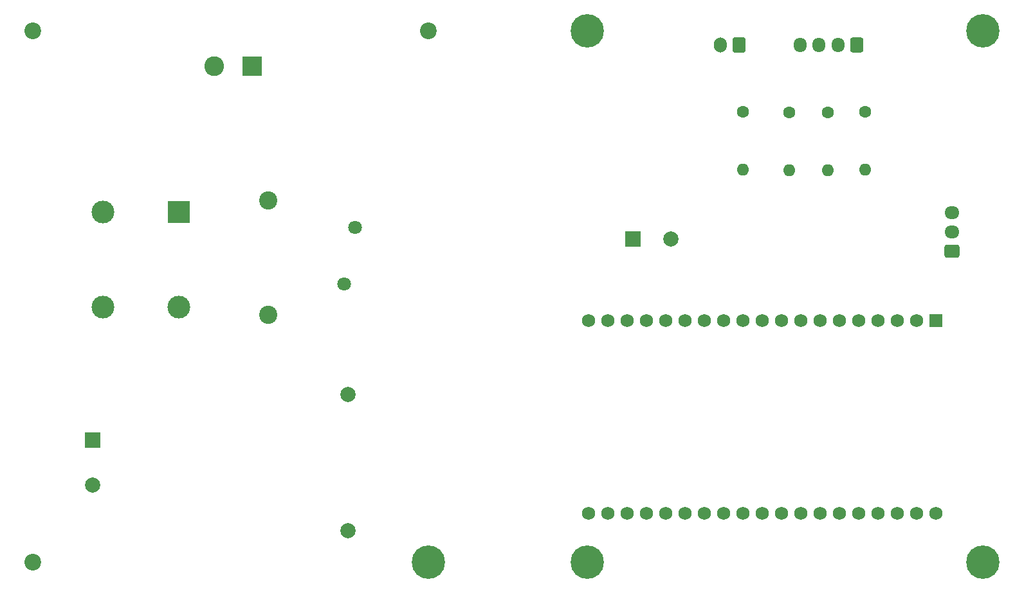
<source format=gbr>
%TF.GenerationSoftware,KiCad,Pcbnew,7.0.9*%
%TF.CreationDate,2024-01-01T09:34:51+07:00*%
%TF.ProjectId,Waterbox 2.1,57617465-7262-46f7-9820-322e312e6b69,rev?*%
%TF.SameCoordinates,Original*%
%TF.FileFunction,Soldermask,Bot*%
%TF.FilePolarity,Negative*%
%FSLAX46Y46*%
G04 Gerber Fmt 4.6, Leading zero omitted, Abs format (unit mm)*
G04 Created by KiCad (PCBNEW 7.0.9) date 2024-01-01 09:34:51*
%MOMM*%
%LPD*%
G01*
G04 APERTURE LIST*
G04 Aperture macros list*
%AMRoundRect*
0 Rectangle with rounded corners*
0 $1 Rounding radius*
0 $2 $3 $4 $5 $6 $7 $8 $9 X,Y pos of 4 corners*
0 Add a 4 corners polygon primitive as box body*
4,1,4,$2,$3,$4,$5,$6,$7,$8,$9,$2,$3,0*
0 Add four circle primitives for the rounded corners*
1,1,$1+$1,$2,$3*
1,1,$1+$1,$4,$5*
1,1,$1+$1,$6,$7*
1,1,$1+$1,$8,$9*
0 Add four rect primitives between the rounded corners*
20,1,$1+$1,$2,$3,$4,$5,0*
20,1,$1+$1,$4,$5,$6,$7,0*
20,1,$1+$1,$6,$7,$8,$9,0*
20,1,$1+$1,$8,$9,$2,$3,0*%
G04 Aperture macros list end*
%ADD10C,1.600000*%
%ADD11O,1.600000X1.600000*%
%ADD12RoundRect,0.250000X0.600000X0.725000X-0.600000X0.725000X-0.600000X-0.725000X0.600000X-0.725000X0*%
%ADD13O,1.700000X1.950000*%
%ADD14RoundRect,0.250000X0.725000X-0.600000X0.725000X0.600000X-0.725000X0.600000X-0.725000X-0.600000X0*%
%ADD15O,1.950000X1.700000*%
%ADD16C,0.700000*%
%ADD17C,4.400000*%
%ADD18R,2.000000X2.000000*%
%ADD19C,2.000000*%
%ADD20C,1.800000*%
%ADD21RoundRect,0.102000X-0.765000X0.765000X-0.765000X-0.765000X0.765000X-0.765000X0.765000X0.765000X0*%
%ADD22C,1.734000*%
%ADD23R,2.600000X2.600000*%
%ADD24C,2.600000*%
%ADD25C,2.200000*%
%ADD26R,3.000000X3.000000*%
%ADD27C,3.000000*%
%ADD28RoundRect,0.250000X0.600000X0.750000X-0.600000X0.750000X-0.600000X-0.750000X0.600000X-0.750000X0*%
%ADD29O,1.700000X2.000000*%
%ADD30C,2.400000*%
G04 APERTURE END LIST*
D10*
%TO.C,R4*%
X156500000Y-67790000D03*
D11*
X156500000Y-75410000D03*
%TD*%
D12*
%TO.C,LED2*%
X171500000Y-59000000D03*
D13*
X169000000Y-59000000D03*
X166500000Y-59000000D03*
X164000000Y-59000000D03*
%TD*%
D14*
%TO.C,SENSOR*%
X184023000Y-86106000D03*
D15*
X184023000Y-83606000D03*
X184023000Y-81106000D03*
%TD*%
D16*
%TO.C,H7*%
X134337000Y-127127000D03*
X134820274Y-125960274D03*
X134820274Y-128293726D03*
X135987000Y-125477000D03*
D17*
X135987000Y-127127000D03*
D16*
X135987000Y-128777000D03*
X137153726Y-125960274D03*
X137153726Y-128293726D03*
X137637000Y-127127000D03*
%TD*%
D18*
%TO.C,PS1*%
X70900000Y-111000000D03*
D19*
X70900000Y-117000000D03*
X104500000Y-105000000D03*
X104500000Y-123000000D03*
%TD*%
D20*
%TO.C,RV1*%
X105400000Y-83000000D03*
X104000000Y-90500000D03*
%TD*%
D16*
%TO.C,H5*%
X134337000Y-57071000D03*
X134820274Y-55904274D03*
X134820274Y-58237726D03*
X135987000Y-55421000D03*
D17*
X135987000Y-57071000D03*
D16*
X135987000Y-58721000D03*
X137153726Y-55904274D03*
X137153726Y-58237726D03*
X137637000Y-57071000D03*
%TD*%
D21*
%TO.C,ESP32-DEVKITC-32U*%
X181850000Y-95300000D03*
D22*
X179310000Y-95300000D03*
X176770000Y-95300000D03*
X174230000Y-95300000D03*
X171690000Y-95300000D03*
X169150000Y-95300000D03*
X166610000Y-95300000D03*
X164070000Y-95300000D03*
X161530000Y-95300000D03*
X158990000Y-95300000D03*
X156450000Y-95300000D03*
X153910000Y-95300000D03*
X151370000Y-95300000D03*
X148830000Y-95300000D03*
X146290000Y-95300000D03*
X143750000Y-95300000D03*
X141210000Y-95300000D03*
X138670000Y-95300000D03*
X136130000Y-95300000D03*
X136130000Y-120700000D03*
X138670000Y-120700000D03*
X141210000Y-120700000D03*
X143750000Y-120700000D03*
X146290000Y-120700000D03*
X148830000Y-120700000D03*
X151370000Y-120700000D03*
X153910000Y-120700000D03*
X156450000Y-120700000D03*
X158990000Y-120700000D03*
X161530000Y-120700000D03*
X164070000Y-120700000D03*
X166610000Y-120700000D03*
X169150000Y-120700000D03*
X171690000Y-120700000D03*
X174230000Y-120700000D03*
X176770000Y-120700000D03*
X179310000Y-120700000D03*
X181850000Y-120700000D03*
%TD*%
D23*
%TO.C,VAC_IN*%
X91857500Y-61750000D03*
D24*
X86857500Y-61750000D03*
%TD*%
D25*
%TO.C,H1*%
X62994000Y-57071000D03*
%TD*%
D16*
%TO.C,H4*%
X113444000Y-127127000D03*
X113927274Y-125960274D03*
X113927274Y-128293726D03*
X115094000Y-125477000D03*
D17*
X115094000Y-127127000D03*
D16*
X115094000Y-128777000D03*
X116260726Y-125960274D03*
X116260726Y-128293726D03*
X116744000Y-127127000D03*
%TD*%
%TO.C,H6*%
X186437000Y-57071000D03*
X186920274Y-55904274D03*
X186920274Y-58237726D03*
X188087000Y-55421000D03*
D17*
X188087000Y-57071000D03*
D16*
X188087000Y-58721000D03*
X189253726Y-55904274D03*
X189253726Y-58237726D03*
X189737000Y-57071000D03*
%TD*%
D18*
%TO.C,C2*%
X142000000Y-84500000D03*
D19*
X147000000Y-84500000D03*
%TD*%
D25*
%TO.C,H2*%
X115094000Y-57071000D03*
%TD*%
D26*
%TO.C,FL1*%
X82250000Y-80950000D03*
D27*
X72250000Y-80950000D03*
X72250000Y-93550000D03*
X82250000Y-93550000D03*
%TD*%
D10*
%TO.C,R2*%
X167640000Y-67818000D03*
D11*
X167640000Y-75438000D03*
%TD*%
D28*
%TO.C,LED1*%
X156000000Y-59000000D03*
D29*
X153500000Y-59000000D03*
%TD*%
D30*
%TO.C,C1*%
X94000000Y-79500000D03*
X94000000Y-94500000D03*
%TD*%
D10*
%TO.C,R3*%
X162560000Y-67818000D03*
D11*
X162560000Y-75438000D03*
%TD*%
D25*
%TO.C,H3*%
X62994000Y-127127000D03*
%TD*%
D16*
%TO.C,H8*%
X186437000Y-127127000D03*
X186920274Y-125960274D03*
X186920274Y-128293726D03*
X188087000Y-125477000D03*
D17*
X188087000Y-127127000D03*
D16*
X188087000Y-128777000D03*
X189253726Y-125960274D03*
X189253726Y-128293726D03*
X189737000Y-127127000D03*
%TD*%
D10*
%TO.C,R1*%
X172600000Y-67790000D03*
D11*
X172600000Y-75410000D03*
%TD*%
M02*

</source>
